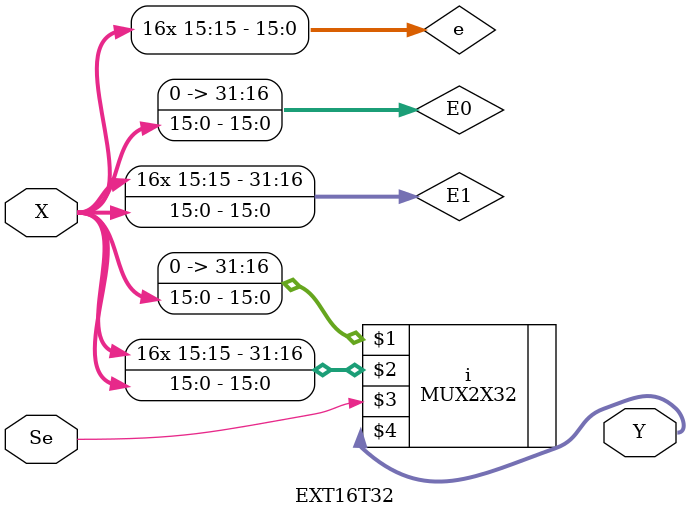
<source format=v>
`timescale 1ns / 1ps

module EXT16T32 (X, Se, Y);
input [15:0] X;
input Se;
output [31:0] Y;
wire [31:0] E0, E1;
wire [15:0] e = {16{X[15]}};
parameter z = 16'b0;
assign E0 = {z, X};
assign E1 = {e, X};
MUX2X32 i(E0, E1, Se, Y);
endmodule    



</source>
